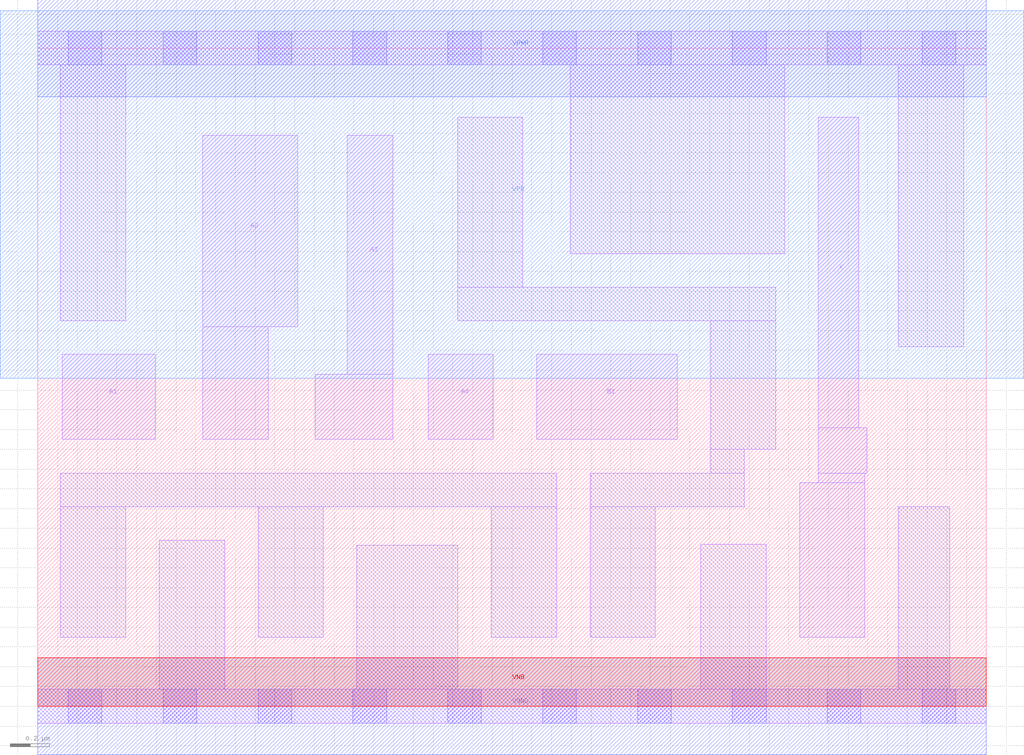
<source format=lef>
# Copyright 2020 The SkyWater PDK Authors
#
# Licensed under the Apache License, Version 2.0 (the "License");
# you may not use this file except in compliance with the License.
# You may obtain a copy of the License at
#
#     https://www.apache.org/licenses/LICENSE-2.0
#
# Unless required by applicable law or agreed to in writing, software
# distributed under the License is distributed on an "AS IS" BASIS,
# WITHOUT WARRANTIES OR CONDITIONS OF ANY KIND, either express or implied.
# See the License for the specific language governing permissions and
# limitations under the License.
#
# SPDX-License-Identifier: Apache-2.0

VERSION 5.7 ;
  NOWIREEXTENSIONATPIN ON ;
  DIVIDERCHAR "/" ;
  BUSBITCHARS "[]" ;
MACRO sky130_fd_sc_ls__o41a_2
  CLASS CORE ;
  FOREIGN sky130_fd_sc_ls__o41a_2 ;
  ORIGIN  0.000000  0.000000 ;
  SIZE  4.800000 BY  3.330000 ;
  SYMMETRY X Y ;
  SITE unit ;
  PIN A1
    ANTENNAGATEAREA  0.279000 ;
    DIRECTION INPUT ;
    USE SIGNAL ;
    PORT
      LAYER li1 ;
        RECT 0.125000 1.350000 0.595000 1.780000 ;
    END
  END A1
  PIN A2
    ANTENNAGATEAREA  0.279000 ;
    DIRECTION INPUT ;
    USE SIGNAL ;
    PORT
      LAYER li1 ;
        RECT 0.835000 1.350000 1.165000 1.920000 ;
        RECT 0.835000 1.920000 1.315000 2.890000 ;
    END
  END A2
  PIN A3
    ANTENNAGATEAREA  0.279000 ;
    DIRECTION INPUT ;
    USE SIGNAL ;
    PORT
      LAYER li1 ;
        RECT 1.405000 1.350000 1.795000 1.680000 ;
        RECT 1.565000 1.680000 1.795000 2.890000 ;
    END
  END A3
  PIN A4
    ANTENNAGATEAREA  0.279000 ;
    DIRECTION INPUT ;
    USE SIGNAL ;
    PORT
      LAYER li1 ;
        RECT 1.975000 1.350000 2.305000 1.780000 ;
    END
  END A4
  PIN B1
    ANTENNAGATEAREA  0.261000 ;
    DIRECTION INPUT ;
    USE SIGNAL ;
    PORT
      LAYER li1 ;
        RECT 2.525000 1.350000 3.235000 1.780000 ;
    END
  END B1
  PIN VNB
    PORT
      LAYER pwell ;
        RECT 0.000000 0.000000 4.800000 0.245000 ;
    END
  END VNB
  PIN VPB
    PORT
      LAYER nwell ;
        RECT -0.190000 1.660000 4.990000 3.520000 ;
    END
  END VPB
  PIN X
    ANTENNADIFFAREA  0.543200 ;
    DIRECTION OUTPUT ;
    USE SIGNAL ;
    PORT
      LAYER li1 ;
        RECT 3.855000 0.350000 4.185000 1.130000 ;
        RECT 3.950000 1.130000 4.185000 1.180000 ;
        RECT 3.950000 1.180000 4.195000 1.410000 ;
        RECT 3.950000 1.410000 4.155000 2.980000 ;
    END
  END X
  PIN VGND
    DIRECTION INOUT ;
    SHAPE ABUTMENT ;
    USE GROUND ;
    PORT
      LAYER met1 ;
        RECT 0.000000 -0.245000 4.800000 0.245000 ;
    END
  END VGND
  PIN VPWR
    DIRECTION INOUT ;
    SHAPE ABUTMENT ;
    USE POWER ;
    PORT
      LAYER met1 ;
        RECT 0.000000 3.085000 4.800000 3.575000 ;
    END
  END VPWR
  OBS
    LAYER li1 ;
      RECT 0.000000 -0.085000 4.800000 0.085000 ;
      RECT 0.000000  3.245000 4.800000 3.415000 ;
      RECT 0.115000  0.350000 0.445000 1.010000 ;
      RECT 0.115000  1.010000 2.625000 1.180000 ;
      RECT 0.115000  1.950000 0.445000 3.245000 ;
      RECT 0.615000  0.085000 0.945000 0.840000 ;
      RECT 1.115000  0.350000 1.445000 1.010000 ;
      RECT 1.615000  0.085000 2.125000 0.815000 ;
      RECT 2.125000  1.950000 3.735000 2.120000 ;
      RECT 2.125000  2.120000 2.455000 2.980000 ;
      RECT 2.295000  0.350000 2.625000 1.010000 ;
      RECT 2.695000  2.290000 3.780000 3.245000 ;
      RECT 2.795000  0.350000 3.125000 1.010000 ;
      RECT 2.795000  1.010000 3.575000 1.180000 ;
      RECT 3.355000  0.085000 3.685000 0.820000 ;
      RECT 3.405000  1.180000 3.575000 1.300000 ;
      RECT 3.405000  1.300000 3.735000 1.950000 ;
      RECT 4.355000  0.085000 4.615000 1.010000 ;
      RECT 4.355000  1.820000 4.685000 3.245000 ;
    LAYER mcon ;
      RECT 0.155000 -0.085000 0.325000 0.085000 ;
      RECT 0.155000  3.245000 0.325000 3.415000 ;
      RECT 0.635000 -0.085000 0.805000 0.085000 ;
      RECT 0.635000  3.245000 0.805000 3.415000 ;
      RECT 1.115000 -0.085000 1.285000 0.085000 ;
      RECT 1.115000  3.245000 1.285000 3.415000 ;
      RECT 1.595000 -0.085000 1.765000 0.085000 ;
      RECT 1.595000  3.245000 1.765000 3.415000 ;
      RECT 2.075000 -0.085000 2.245000 0.085000 ;
      RECT 2.075000  3.245000 2.245000 3.415000 ;
      RECT 2.555000 -0.085000 2.725000 0.085000 ;
      RECT 2.555000  3.245000 2.725000 3.415000 ;
      RECT 3.035000 -0.085000 3.205000 0.085000 ;
      RECT 3.035000  3.245000 3.205000 3.415000 ;
      RECT 3.515000 -0.085000 3.685000 0.085000 ;
      RECT 3.515000  3.245000 3.685000 3.415000 ;
      RECT 3.995000 -0.085000 4.165000 0.085000 ;
      RECT 3.995000  3.245000 4.165000 3.415000 ;
      RECT 4.475000 -0.085000 4.645000 0.085000 ;
      RECT 4.475000  3.245000 4.645000 3.415000 ;
  END
END sky130_fd_sc_ls__o41a_2
END LIBRARY

</source>
